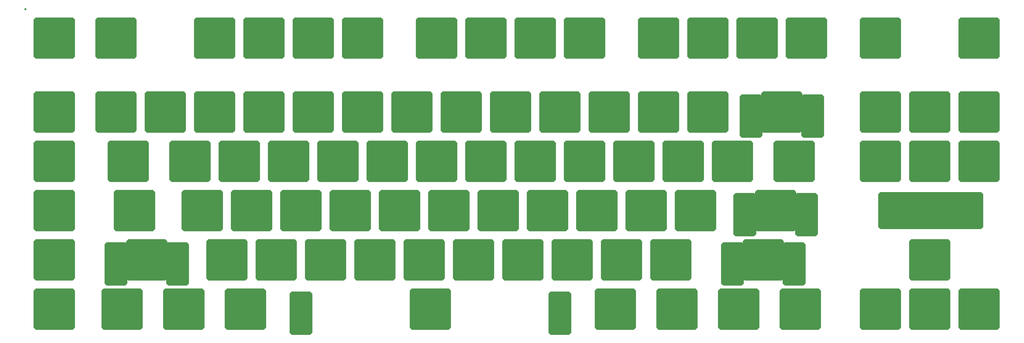
<source format=gts>
%TF.GenerationSoftware,KiCad,Pcbnew,(5.1.10)-1*%
%TF.CreationDate,2021-11-03T19:39:02-04:00*%
%TF.ProjectId,custom_keyboard plate,63757374-6f6d-45f6-9b65-79626f617264,rev?*%
%TF.SameCoordinates,Original*%
%TF.FileFunction,Soldermask,Top*%
%TF.FilePolarity,Negative*%
%FSLAX46Y46*%
G04 Gerber Fmt 4.6, Leading zero omitted, Abs format (unit mm)*
G04 Created by KiCad (PCBNEW (5.1.10)-1) date 2021-11-03 19:39:02*
%MOMM*%
%LPD*%
G01*
G04 APERTURE LIST*
%ADD10C,0.100000*%
%ADD11C,0.800000*%
G04 APERTURE END LIST*
D10*
G36*
X287319400Y-213505300D02*
G01*
X287319400Y-227791900D01*
X286525700Y-228585600D01*
X272239100Y-228585600D01*
X271445400Y-227791900D01*
X271445400Y-213505300D01*
X272239100Y-212711600D01*
X286525700Y-212711600D01*
X287319400Y-213505300D01*
G37*
X287319400Y-213505300D02*
X287319400Y-227791900D01*
X286525700Y-228585600D01*
X272239100Y-228585600D01*
X271445400Y-227791900D01*
X271445400Y-213505300D01*
X272239100Y-212711600D01*
X286525700Y-212711600D01*
X287319400Y-213505300D01*
G36*
X220648600Y-194456500D02*
G01*
X220648600Y-208743100D01*
X219854900Y-209536800D01*
X205568300Y-209536800D01*
X204774600Y-208743100D01*
X204774600Y-194456500D01*
X205568300Y-193662800D01*
X219854900Y-193662800D01*
X220648600Y-194456500D01*
G37*
X220648600Y-194456500D02*
X220648600Y-208743100D01*
X219854900Y-209536800D01*
X205568300Y-209536800D01*
X204774600Y-208743100D01*
X204774600Y-194456500D01*
X205568300Y-193662800D01*
X219854900Y-193662800D01*
X220648600Y-194456500D01*
G36*
X239697400Y-194456500D02*
G01*
X239697400Y-208743100D01*
X238903700Y-209536800D01*
X224617100Y-209536800D01*
X223823400Y-208743100D01*
X223823400Y-194456500D01*
X224617100Y-193662800D01*
X238903700Y-193662800D01*
X239697400Y-194456500D01*
G37*
X239697400Y-194456500D02*
X239697400Y-208743100D01*
X238903700Y-209536800D01*
X224617100Y-209536800D01*
X223823400Y-208743100D01*
X223823400Y-194456500D01*
X224617100Y-193662800D01*
X238903700Y-193662800D01*
X239697400Y-194456500D01*
G36*
X192075400Y-213505300D02*
G01*
X192075400Y-227791900D01*
X191281700Y-228585600D01*
X176995100Y-228585600D01*
X176201400Y-227791900D01*
X176201400Y-213505300D01*
X176995100Y-212711600D01*
X191281700Y-212711600D01*
X192075400Y-213505300D01*
G37*
X192075400Y-213505300D02*
X192075400Y-227791900D01*
X191281700Y-228585600D01*
X176995100Y-228585600D01*
X176201400Y-227791900D01*
X176201400Y-213505300D01*
X176995100Y-212711600D01*
X191281700Y-212711600D01*
X192075400Y-213505300D01*
G36*
X249221800Y-213505300D02*
G01*
X249221800Y-227791900D01*
X248428100Y-228585600D01*
X234141500Y-228585600D01*
X233347800Y-227791900D01*
X233347800Y-213505300D01*
X234141500Y-212711600D01*
X248428100Y-212711600D01*
X249221800Y-213505300D01*
G37*
X249221800Y-213505300D02*
X249221800Y-227791900D01*
X248428100Y-228585600D01*
X234141500Y-228585600D01*
X233347800Y-227791900D01*
X233347800Y-213505300D01*
X234141500Y-212711600D01*
X248428100Y-212711600D01*
X249221800Y-213505300D01*
G36*
X144453400Y-194456500D02*
G01*
X144453400Y-208743100D01*
X143659700Y-209536800D01*
X129373100Y-209536800D01*
X128579400Y-208743100D01*
X128579400Y-194456500D01*
X129373100Y-193662800D01*
X143659700Y-193662800D01*
X144453400Y-194456500D01*
G37*
X144453400Y-194456500D02*
X144453400Y-208743100D01*
X143659700Y-209536800D01*
X129373100Y-209536800D01*
X128579400Y-208743100D01*
X128579400Y-194456500D01*
X129373100Y-193662800D01*
X143659700Y-193662800D01*
X144453400Y-194456500D01*
G36*
X306368200Y-213505300D02*
G01*
X306368200Y-227791900D01*
X305574500Y-228585600D01*
X291287900Y-228585600D01*
X290494200Y-227791900D01*
X290494200Y-213505300D01*
X291287900Y-212711600D01*
X305574500Y-212711600D01*
X306368200Y-213505300D01*
G37*
X306368200Y-213505300D02*
X306368200Y-227791900D01*
X305574500Y-228585600D01*
X291287900Y-228585600D01*
X290494200Y-227791900D01*
X290494200Y-213505300D01*
X291287900Y-212711600D01*
X305574500Y-212711600D01*
X306368200Y-213505300D01*
G36*
X311130400Y-232554100D02*
G01*
X311130400Y-246840700D01*
X310336700Y-247634400D01*
X296050100Y-247634400D01*
X295256400Y-246840700D01*
X295256400Y-232554100D01*
X296050100Y-231760400D01*
X310336700Y-231760400D01*
X311130400Y-232554100D01*
G37*
X311130400Y-232554100D02*
X311130400Y-246840700D01*
X310336700Y-247634400D01*
X296050100Y-247634400D01*
X295256400Y-246840700D01*
X295256400Y-232554100D01*
X296050100Y-231760400D01*
X310336700Y-231760400D01*
X311130400Y-232554100D01*
G36*
X330179200Y-232554100D02*
G01*
X330179200Y-246840700D01*
X329385500Y-247634400D01*
X315098900Y-247634400D01*
X314305200Y-246840700D01*
X314305200Y-232554100D01*
X315098900Y-231760400D01*
X329385500Y-231760400D01*
X330179200Y-232554100D01*
G37*
X330179200Y-232554100D02*
X330179200Y-246840700D01*
X329385500Y-247634400D01*
X315098900Y-247634400D01*
X314305200Y-246840700D01*
X314305200Y-232554100D01*
X315098900Y-231760400D01*
X329385500Y-231760400D01*
X330179200Y-232554100D01*
G36*
X158740000Y-232554100D02*
G01*
X158740000Y-246840700D01*
X157946300Y-247634400D01*
X143659700Y-247634400D01*
X142866000Y-246840700D01*
X142866000Y-232554100D01*
X143659700Y-231760400D01*
X157946300Y-231760400D01*
X158740000Y-232554100D01*
G37*
X158740000Y-232554100D02*
X158740000Y-246840700D01*
X157946300Y-247634400D01*
X143659700Y-247634400D01*
X142866000Y-246840700D01*
X142866000Y-232554100D01*
X143659700Y-231760400D01*
X157946300Y-231760400D01*
X158740000Y-232554100D01*
G36*
X349228000Y-232554100D02*
G01*
X349228000Y-246840700D01*
X348434300Y-247634400D01*
X334147700Y-247634400D01*
X333354000Y-246840700D01*
X333354000Y-232554100D01*
X334147700Y-231760400D01*
X348434300Y-231760400D01*
X349228000Y-232554100D01*
G37*
X349228000Y-232554100D02*
X349228000Y-246840700D01*
X348434300Y-247634400D01*
X334147700Y-247634400D01*
X333354000Y-246840700D01*
X333354000Y-232554100D01*
X334147700Y-231760400D01*
X348434300Y-231760400D01*
X349228000Y-232554100D01*
G36*
X230173000Y-213505300D02*
G01*
X230173000Y-227791900D01*
X229379300Y-228585600D01*
X215092700Y-228585600D01*
X214299000Y-227791900D01*
X214299000Y-213505300D01*
X215092700Y-212711600D01*
X229379300Y-212711600D01*
X230173000Y-213505300D01*
G37*
X230173000Y-213505300D02*
X230173000Y-227791900D01*
X229379300Y-228585600D01*
X215092700Y-228585600D01*
X214299000Y-227791900D01*
X214299000Y-213505300D01*
X215092700Y-212711600D01*
X229379300Y-212711600D01*
X230173000Y-213505300D01*
G36*
X363514600Y-213505300D02*
G01*
X363514600Y-227791900D01*
X362720900Y-228585600D01*
X348434300Y-228585600D01*
X347640600Y-227791900D01*
X347640600Y-213505300D01*
X348434300Y-212711600D01*
X362720900Y-212711600D01*
X363514600Y-213505300D01*
G37*
X363514600Y-213505300D02*
X363514600Y-227791900D01*
X362720900Y-228585600D01*
X348434300Y-228585600D01*
X347640600Y-227791900D01*
X347640600Y-213505300D01*
X348434300Y-212711600D01*
X362720900Y-212711600D01*
X363514600Y-213505300D01*
G36*
X125404600Y-194456500D02*
G01*
X125404600Y-208743100D01*
X124610900Y-209536800D01*
X110324300Y-209536800D01*
X109530600Y-208743100D01*
X109530600Y-194456500D01*
X110324300Y-193662800D01*
X124610900Y-193662800D01*
X125404600Y-194456500D01*
G37*
X125404600Y-194456500D02*
X125404600Y-208743100D01*
X124610900Y-209536800D01*
X110324300Y-209536800D01*
X109530600Y-208743100D01*
X109530600Y-194456500D01*
X110324300Y-193662800D01*
X124610900Y-193662800D01*
X125404600Y-194456500D01*
G36*
X277795000Y-194456500D02*
G01*
X277795000Y-208743100D01*
X277001300Y-209536800D01*
X262714700Y-209536800D01*
X261921000Y-208743100D01*
X261921000Y-194456500D01*
X262714700Y-193662800D01*
X277001300Y-193662800D01*
X277795000Y-194456500D01*
G37*
X277795000Y-194456500D02*
X277795000Y-208743100D01*
X277001300Y-209536800D01*
X262714700Y-209536800D01*
X261921000Y-208743100D01*
X261921000Y-194456500D01*
X262714700Y-193662800D01*
X277001300Y-193662800D01*
X277795000Y-194456500D01*
G36*
X292081600Y-232554100D02*
G01*
X292081600Y-246840700D01*
X291287900Y-247634400D01*
X277001300Y-247634400D01*
X276207600Y-246840700D01*
X276207600Y-232554100D01*
X277001300Y-231760400D01*
X291287900Y-231760400D01*
X292081600Y-232554100D01*
G37*
X292081600Y-232554100D02*
X292081600Y-246840700D01*
X291287900Y-247634400D01*
X277001300Y-247634400D01*
X276207600Y-246840700D01*
X276207600Y-232554100D01*
X277001300Y-231760400D01*
X291287900Y-231760400D01*
X292081600Y-232554100D01*
G36*
X253984000Y-232554100D02*
G01*
X253984000Y-246840700D01*
X253190300Y-247634400D01*
X238903700Y-247634400D01*
X238110000Y-246840700D01*
X238110000Y-232554100D01*
X238903700Y-231760400D01*
X253190300Y-231760400D01*
X253984000Y-232554100D01*
G37*
X253984000Y-232554100D02*
X253984000Y-246840700D01*
X253190300Y-247634400D01*
X238903700Y-247634400D01*
X238110000Y-246840700D01*
X238110000Y-232554100D01*
X238903700Y-231760400D01*
X253190300Y-231760400D01*
X253984000Y-232554100D01*
G36*
X182551000Y-194456500D02*
G01*
X182551000Y-208743100D01*
X181757300Y-209536800D01*
X167470700Y-209536800D01*
X166677000Y-208743100D01*
X166677000Y-194456500D01*
X167470700Y-193662800D01*
X181757300Y-193662800D01*
X182551000Y-194456500D01*
G37*
X182551000Y-194456500D02*
X182551000Y-208743100D01*
X181757300Y-209536800D01*
X167470700Y-209536800D01*
X166677000Y-208743100D01*
X166677000Y-194456500D01*
X167470700Y-193662800D01*
X181757300Y-193662800D01*
X182551000Y-194456500D01*
G36*
X211124200Y-213505300D02*
G01*
X211124200Y-227791900D01*
X210330500Y-228585600D01*
X196043900Y-228585600D01*
X195250200Y-227791900D01*
X195250200Y-213505300D01*
X196043900Y-212711600D01*
X210330500Y-212711600D01*
X211124200Y-213505300D01*
G37*
X211124200Y-213505300D02*
X211124200Y-227791900D01*
X210330500Y-228585600D01*
X196043900Y-228585600D01*
X195250200Y-227791900D01*
X195250200Y-213505300D01*
X196043900Y-212711600D01*
X210330500Y-212711600D01*
X211124200Y-213505300D01*
G36*
X163502200Y-194456500D02*
G01*
X163502200Y-208743100D01*
X162708500Y-209536800D01*
X148421900Y-209536800D01*
X147628200Y-208743100D01*
X147628200Y-194456500D01*
X148421900Y-193662800D01*
X162708500Y-193662800D01*
X163502200Y-194456500D01*
G37*
X163502200Y-194456500D02*
X163502200Y-208743100D01*
X162708500Y-209536800D01*
X148421900Y-209536800D01*
X147628200Y-208743100D01*
X147628200Y-194456500D01*
X148421900Y-193662800D01*
X162708500Y-193662800D01*
X163502200Y-194456500D01*
G36*
X325417000Y-213505300D02*
G01*
X325417000Y-227791900D01*
X324623300Y-228585600D01*
X310336700Y-228585600D01*
X309543000Y-227791900D01*
X309543000Y-213505300D01*
X310336700Y-212711600D01*
X324623300Y-212711600D01*
X325417000Y-213505300D01*
G37*
X325417000Y-213505300D02*
X325417000Y-227791900D01*
X324623300Y-228585600D01*
X310336700Y-228585600D01*
X309543000Y-227791900D01*
X309543000Y-213505300D01*
X310336700Y-212711600D01*
X324623300Y-212711600D01*
X325417000Y-213505300D01*
G36*
X201599800Y-194456500D02*
G01*
X201599800Y-208743100D01*
X200806100Y-209536800D01*
X186519500Y-209536800D01*
X185725800Y-208743100D01*
X185725800Y-194456500D01*
X186519500Y-193662800D01*
X200806100Y-193662800D01*
X201599800Y-194456500D01*
G37*
X201599800Y-194456500D02*
X201599800Y-208743100D01*
X200806100Y-209536800D01*
X186519500Y-209536800D01*
X185725800Y-208743100D01*
X185725800Y-194456500D01*
X186519500Y-193662800D01*
X200806100Y-193662800D01*
X201599800Y-194456500D01*
G36*
X268270600Y-213505300D02*
G01*
X268270600Y-227791900D01*
X267476900Y-228585600D01*
X253190300Y-228585600D01*
X252396600Y-227791900D01*
X252396600Y-213505300D01*
X253190300Y-212711600D01*
X267476900Y-212711600D01*
X268270600Y-213505300D01*
G37*
X268270600Y-213505300D02*
X268270600Y-227791900D01*
X267476900Y-228585600D01*
X253190300Y-228585600D01*
X252396600Y-227791900D01*
X252396600Y-213505300D01*
X253190300Y-212711600D01*
X267476900Y-212711600D01*
X268270600Y-213505300D01*
G36*
X296843800Y-194456500D02*
G01*
X296843800Y-208743100D01*
X296050100Y-209536800D01*
X281763500Y-209536800D01*
X280969800Y-208743100D01*
X280969800Y-194456500D01*
X281763500Y-193662800D01*
X296050100Y-193662800D01*
X296843800Y-194456500D01*
G37*
X296843800Y-194456500D02*
X296843800Y-208743100D01*
X296050100Y-209536800D01*
X281763500Y-209536800D01*
X280969800Y-208743100D01*
X280969800Y-194456500D01*
X281763500Y-193662800D01*
X296050100Y-193662800D01*
X296843800Y-194456500D01*
G36*
X258746200Y-194456500D02*
G01*
X258746200Y-208743100D01*
X257952500Y-209536800D01*
X243665900Y-209536800D01*
X242872200Y-208743100D01*
X242872200Y-194456500D01*
X243665900Y-193662800D01*
X257952500Y-193662800D01*
X258746200Y-194456500D01*
G37*
X258746200Y-194456500D02*
X258746200Y-208743100D01*
X257952500Y-209536800D01*
X243665900Y-209536800D01*
X242872200Y-208743100D01*
X242872200Y-194456500D01*
X243665900Y-193662800D01*
X257952500Y-193662800D01*
X258746200Y-194456500D01*
G36*
X153977800Y-213505300D02*
G01*
X153977800Y-227791900D01*
X153184100Y-228585600D01*
X138897500Y-228585600D01*
X138103800Y-227791900D01*
X138103800Y-213505300D01*
X138897500Y-212711600D01*
X153184100Y-212711600D01*
X153977800Y-213505300D01*
G37*
X153977800Y-213505300D02*
X153977800Y-227791900D01*
X153184100Y-228585600D01*
X138897500Y-228585600D01*
X138103800Y-227791900D01*
X138103800Y-213505300D01*
X138897500Y-212711600D01*
X153184100Y-212711600D01*
X153977800Y-213505300D01*
G36*
X344465800Y-213505300D02*
G01*
X344465800Y-227791900D01*
X343672100Y-228585600D01*
X329385500Y-228585600D01*
X328591800Y-227791900D01*
X328591800Y-213505300D01*
X329385500Y-212711600D01*
X343672100Y-212711600D01*
X344465800Y-213505300D01*
G37*
X344465800Y-213505300D02*
X344465800Y-227791900D01*
X343672100Y-228585600D01*
X329385500Y-228585600D01*
X328591800Y-227791900D01*
X328591800Y-213505300D01*
X329385500Y-212711600D01*
X343672100Y-212711600D01*
X344465800Y-213505300D01*
G36*
X387325600Y-213505300D02*
G01*
X387325600Y-227791900D01*
X386531900Y-228585600D01*
X372245300Y-228585600D01*
X371451600Y-227791900D01*
X371451600Y-213505300D01*
X372245300Y-212711600D01*
X386531900Y-212711600D01*
X387325600Y-213505300D01*
G37*
X387325600Y-213505300D02*
X387325600Y-227791900D01*
X386531900Y-228585600D01*
X372245300Y-228585600D01*
X371451600Y-227791900D01*
X371451600Y-213505300D01*
X372245300Y-212711600D01*
X386531900Y-212711600D01*
X387325600Y-213505300D01*
G36*
X273032800Y-232554100D02*
G01*
X273032800Y-246840700D01*
X272239100Y-247634400D01*
X257952500Y-247634400D01*
X257158800Y-246840700D01*
X257158800Y-232554100D01*
X257952500Y-231760400D01*
X272239100Y-231760400D01*
X273032800Y-232554100D01*
G37*
X273032800Y-232554100D02*
X273032800Y-246840700D01*
X272239100Y-247634400D01*
X257952500Y-247634400D01*
X257158800Y-246840700D01*
X257158800Y-232554100D01*
X257952500Y-231760400D01*
X272239100Y-231760400D01*
X273032800Y-232554100D01*
G36*
X177788800Y-232554100D02*
G01*
X177788800Y-246840700D01*
X176995100Y-247634400D01*
X162708500Y-247634400D01*
X161914800Y-246840700D01*
X161914800Y-232554100D01*
X162708500Y-231760400D01*
X176995100Y-231760400D01*
X177788800Y-232554100D01*
G37*
X177788800Y-232554100D02*
X177788800Y-246840700D01*
X176995100Y-247634400D01*
X162708500Y-247634400D01*
X161914800Y-246840700D01*
X161914800Y-232554100D01*
X162708500Y-231760400D01*
X176995100Y-231760400D01*
X177788800Y-232554100D01*
G36*
X334941400Y-194456500D02*
G01*
X334941400Y-208743100D01*
X334147700Y-209536800D01*
X319861100Y-209536800D01*
X319067400Y-208743100D01*
X319067400Y-194456500D01*
X319861100Y-193662800D01*
X334147700Y-193662800D01*
X334941400Y-194456500D01*
G37*
X334941400Y-194456500D02*
X334941400Y-208743100D01*
X334147700Y-209536800D01*
X319861100Y-209536800D01*
X319067400Y-208743100D01*
X319067400Y-194456500D01*
X319861100Y-193662800D01*
X334147700Y-193662800D01*
X334941400Y-194456500D01*
G36*
X215886400Y-232554100D02*
G01*
X215886400Y-246840700D01*
X215092700Y-247634400D01*
X200806100Y-247634400D01*
X200012400Y-246840700D01*
X200012400Y-232554100D01*
X200806100Y-231760400D01*
X215092700Y-231760400D01*
X215886400Y-232554100D01*
G37*
X215886400Y-232554100D02*
X215886400Y-246840700D01*
X215092700Y-247634400D01*
X200806100Y-247634400D01*
X200012400Y-246840700D01*
X200012400Y-232554100D01*
X200806100Y-231760400D01*
X215092700Y-231760400D01*
X215886400Y-232554100D01*
G36*
X353990200Y-194456500D02*
G01*
X353990200Y-208743100D01*
X353196500Y-209536800D01*
X338909900Y-209536800D01*
X338116200Y-208743100D01*
X338116200Y-194456500D01*
X338909900Y-193662800D01*
X353196500Y-193662800D01*
X353990200Y-194456500D01*
G37*
X353990200Y-194456500D02*
X353990200Y-208743100D01*
X353196500Y-209536800D01*
X338909900Y-209536800D01*
X338116200Y-208743100D01*
X338116200Y-194456500D01*
X338909900Y-193662800D01*
X353196500Y-193662800D01*
X353990200Y-194456500D01*
G36*
X315892600Y-194456500D02*
G01*
X315892600Y-208743100D01*
X315098900Y-209536800D01*
X300812300Y-209536800D01*
X300018600Y-208743100D01*
X300018600Y-194456500D01*
X300812300Y-193662800D01*
X315098900Y-193662800D01*
X315892600Y-194456500D01*
G37*
X315892600Y-194456500D02*
X315892600Y-208743100D01*
X315098900Y-209536800D01*
X300812300Y-209536800D01*
X300018600Y-208743100D01*
X300018600Y-194456500D01*
X300812300Y-193662800D01*
X315098900Y-193662800D01*
X315892600Y-194456500D01*
G36*
X173026600Y-213505300D02*
G01*
X173026600Y-227791900D01*
X172232900Y-228585600D01*
X157946300Y-228585600D01*
X157152600Y-227791900D01*
X157152600Y-213505300D01*
X157946300Y-212711600D01*
X172232900Y-212711600D01*
X173026600Y-213505300D01*
G37*
X173026600Y-213505300D02*
X173026600Y-227791900D01*
X172232900Y-228585600D01*
X157946300Y-228585600D01*
X157152600Y-227791900D01*
X157152600Y-213505300D01*
X157946300Y-212711600D01*
X172232900Y-212711600D01*
X173026600Y-213505300D01*
G36*
X382563400Y-194456500D02*
G01*
X382563400Y-208743100D01*
X381769700Y-209536800D01*
X367483100Y-209536800D01*
X366689400Y-208743100D01*
X366689400Y-194456500D01*
X367483100Y-193662800D01*
X381769700Y-193662800D01*
X382563400Y-194456500D01*
G37*
X382563400Y-194456500D02*
X382563400Y-208743100D01*
X381769700Y-209536800D01*
X367483100Y-209536800D01*
X366689400Y-208743100D01*
X366689400Y-194456500D01*
X367483100Y-193662800D01*
X381769700Y-193662800D01*
X382563400Y-194456500D01*
G36*
X196837600Y-232554100D02*
G01*
X196837600Y-246840700D01*
X196043900Y-247634400D01*
X181757300Y-247634400D01*
X180963600Y-246840700D01*
X180963600Y-232554100D01*
X181757300Y-231760400D01*
X196043900Y-231760400D01*
X196837600Y-232554100D01*
G37*
X196837600Y-232554100D02*
X196837600Y-246840700D01*
X196043900Y-247634400D01*
X181757300Y-247634400D01*
X180963600Y-246840700D01*
X180963600Y-232554100D01*
X181757300Y-231760400D01*
X196043900Y-231760400D01*
X196837600Y-232554100D01*
G36*
X234935200Y-232554100D02*
G01*
X234935200Y-246840700D01*
X234141500Y-247634400D01*
X219854900Y-247634400D01*
X219061200Y-246840700D01*
X219061200Y-232554100D01*
X219854900Y-231760400D01*
X234141500Y-231760400D01*
X234935200Y-232554100D01*
G37*
X234935200Y-232554100D02*
X234935200Y-246840700D01*
X234141500Y-247634400D01*
X219854900Y-247634400D01*
X219061200Y-246840700D01*
X219061200Y-232554100D01*
X219854900Y-231760400D01*
X234141500Y-231760400D01*
X234935200Y-232554100D01*
G36*
X458758600Y-165883300D02*
G01*
X458758600Y-180169900D01*
X457964900Y-180963600D01*
X443678300Y-180963600D01*
X442884600Y-180169900D01*
X442884600Y-165883300D01*
X443678300Y-165089600D01*
X457964900Y-165089600D01*
X458758600Y-165883300D01*
G37*
X458758600Y-165883300D02*
X458758600Y-180169900D01*
X457964900Y-180963600D01*
X443678300Y-180963600D01*
X442884600Y-180169900D01*
X442884600Y-165883300D01*
X443678300Y-165089600D01*
X457964900Y-165089600D01*
X458758600Y-165883300D01*
G36*
X130166800Y-213505300D02*
G01*
X130166800Y-227791900D01*
X129373100Y-228585600D01*
X115086500Y-228585600D01*
X114292800Y-227791900D01*
X114292800Y-213505300D01*
X115086500Y-212711600D01*
X129373100Y-212711600D01*
X130166800Y-213505300D01*
G37*
X130166800Y-213505300D02*
X130166800Y-227791900D01*
X129373100Y-228585600D01*
X115086500Y-228585600D01*
X114292800Y-227791900D01*
X114292800Y-213505300D01*
X115086500Y-212711600D01*
X129373100Y-212711600D01*
X130166800Y-213505300D01*
G36*
X127785700Y-270651700D02*
G01*
X127785700Y-284938300D01*
X126992000Y-285732000D01*
X112705400Y-285732000D01*
X111911700Y-284938300D01*
X111911700Y-270651700D01*
X112705400Y-269858000D01*
X126992000Y-269858000D01*
X127785700Y-270651700D01*
G37*
X127785700Y-270651700D02*
X127785700Y-284938300D01*
X126992000Y-285732000D01*
X112705400Y-285732000D01*
X111911700Y-284938300D01*
X111911700Y-270651700D01*
X112705400Y-269858000D01*
X126992000Y-269858000D01*
X127785700Y-270651700D01*
G36*
X132547900Y-232554100D02*
G01*
X132547900Y-246840700D01*
X131754200Y-247634400D01*
X117467600Y-247634400D01*
X116673900Y-246840700D01*
X116673900Y-232554100D01*
X117467600Y-231760400D01*
X131754200Y-231760400D01*
X132547900Y-232554100D01*
G37*
X132547900Y-232554100D02*
X132547900Y-246840700D01*
X131754200Y-247634400D01*
X117467600Y-247634400D01*
X116673900Y-246840700D01*
X116673900Y-232554100D01*
X117467600Y-231760400D01*
X131754200Y-231760400D01*
X132547900Y-232554100D01*
G36*
X225410800Y-251602900D02*
G01*
X225410800Y-265889500D01*
X224617100Y-266683200D01*
X210330500Y-266683200D01*
X209536800Y-265889500D01*
X209536800Y-251602900D01*
X210330500Y-250809200D01*
X224617100Y-250809200D01*
X225410800Y-251602900D01*
G37*
X225410800Y-251602900D02*
X225410800Y-265889500D01*
X224617100Y-266683200D01*
X210330500Y-266683200D01*
X209536800Y-265889500D01*
X209536800Y-251602900D01*
X210330500Y-250809200D01*
X224617100Y-250809200D01*
X225410800Y-251602900D01*
G36*
X375420100Y-251602900D02*
G01*
X375420100Y-265889500D01*
X374626400Y-266683200D01*
X360339800Y-266683200D01*
X359546100Y-265889500D01*
X359546100Y-251602900D01*
X360339800Y-250809200D01*
X374626400Y-250809200D01*
X375420100Y-251602900D01*
G37*
X375420100Y-251602900D02*
X375420100Y-265889500D01*
X374626400Y-266683200D01*
X360339800Y-266683200D01*
X359546100Y-265889500D01*
X359546100Y-251602900D01*
X360339800Y-250809200D01*
X374626400Y-250809200D01*
X375420100Y-251602900D01*
G36*
X137310100Y-251602900D02*
G01*
X137310100Y-265889500D01*
X136516400Y-266683200D01*
X122229800Y-266683200D01*
X121436100Y-265889500D01*
X121436100Y-251602900D01*
X122229800Y-250809200D01*
X136516400Y-250809200D01*
X137310100Y-251602900D01*
G37*
X137310100Y-251602900D02*
X137310100Y-265889500D01*
X136516400Y-266683200D01*
X122229800Y-266683200D01*
X121436100Y-265889500D01*
X121436100Y-251602900D01*
X122229800Y-250809200D01*
X136516400Y-250809200D01*
X137310100Y-251602900D01*
G36*
X420661000Y-194456500D02*
G01*
X420661000Y-208743100D01*
X419867300Y-209536800D01*
X405580700Y-209536800D01*
X404787000Y-208743100D01*
X404787000Y-194456500D01*
X405580700Y-193662800D01*
X419867300Y-193662800D01*
X420661000Y-194456500D01*
G37*
X420661000Y-194456500D02*
X420661000Y-208743100D01*
X419867300Y-209536800D01*
X405580700Y-209536800D01*
X404787000Y-208743100D01*
X404787000Y-194456500D01*
X405580700Y-193662800D01*
X419867300Y-193662800D01*
X420661000Y-194456500D01*
G36*
X458758600Y-270651700D02*
G01*
X458758600Y-284938300D01*
X457964900Y-285732000D01*
X443678300Y-285732000D01*
X442884600Y-284938300D01*
X442884600Y-270651700D01*
X443678300Y-269858000D01*
X457964900Y-269858000D01*
X458758600Y-270651700D01*
G37*
X458758600Y-270651700D02*
X458758600Y-284938300D01*
X457964900Y-285732000D01*
X443678300Y-285732000D01*
X442884600Y-284938300D01*
X442884600Y-270651700D01*
X443678300Y-269858000D01*
X457964900Y-269858000D01*
X458758600Y-270651700D01*
G36*
X334941400Y-165883300D02*
G01*
X334941400Y-180169900D01*
X334147700Y-180963600D01*
X319861100Y-180963600D01*
X319067400Y-180169900D01*
X319067400Y-165883300D01*
X319861100Y-165089600D01*
X334147700Y-165089600D01*
X334941400Y-165883300D01*
G37*
X334941400Y-165883300D02*
X334941400Y-180169900D01*
X334147700Y-180963600D01*
X319861100Y-180963600D01*
X319067400Y-180169900D01*
X319067400Y-165883300D01*
X319861100Y-165089600D01*
X334147700Y-165089600D01*
X334941400Y-165883300D01*
G36*
X168264400Y-251602900D02*
G01*
X168264400Y-265889500D01*
X167470700Y-266683200D01*
X153184100Y-266683200D01*
X152390400Y-265889500D01*
X152390400Y-251602900D01*
X153184100Y-250809200D01*
X167470700Y-250809200D01*
X168264400Y-251602900D01*
G37*
X168264400Y-251602900D02*
X168264400Y-265889500D01*
X167470700Y-266683200D01*
X153184100Y-266683200D01*
X152390400Y-265889500D01*
X152390400Y-251602900D01*
X153184100Y-250809200D01*
X167470700Y-250809200D01*
X168264400Y-251602900D01*
G36*
X439709800Y-251602900D02*
G01*
X439709800Y-265889500D01*
X438916100Y-266683200D01*
X424629500Y-266683200D01*
X423835800Y-265889500D01*
X423835800Y-251602900D01*
X424629500Y-250809200D01*
X438916100Y-250809200D01*
X439709800Y-251602900D01*
G37*
X439709800Y-251602900D02*
X439709800Y-265889500D01*
X438916100Y-266683200D01*
X424629500Y-266683200D01*
X423835800Y-265889500D01*
X423835800Y-251602900D01*
X424629500Y-250809200D01*
X438916100Y-250809200D01*
X439709800Y-251602900D01*
G36*
X125404600Y-165883300D02*
G01*
X125404600Y-180169900D01*
X124610900Y-180963600D01*
X110324300Y-180963600D01*
X109530600Y-180169900D01*
X109530600Y-165883300D01*
X110324300Y-165089600D01*
X124610900Y-165089600D01*
X125404600Y-165883300D01*
G37*
X125404600Y-165883300D02*
X125404600Y-180169900D01*
X124610900Y-180963600D01*
X110324300Y-180963600D01*
X109530600Y-180169900D01*
X109530600Y-165883300D01*
X110324300Y-165089600D01*
X124610900Y-165089600D01*
X125404600Y-165883300D01*
G36*
X101593600Y-165883300D02*
G01*
X101593600Y-180169900D01*
X100799900Y-180963600D01*
X86513300Y-180963600D01*
X85719600Y-180169900D01*
X85719600Y-165883300D01*
X86513300Y-165089600D01*
X100799900Y-165089600D01*
X101593600Y-165883300D01*
G37*
X101593600Y-165883300D02*
X101593600Y-180169900D01*
X100799900Y-180963600D01*
X86513300Y-180963600D01*
X85719600Y-180169900D01*
X85719600Y-165883300D01*
X86513300Y-165089600D01*
X100799900Y-165089600D01*
X101593600Y-165883300D01*
G36*
X268270600Y-165883300D02*
G01*
X268270600Y-180169900D01*
X267476900Y-180963600D01*
X253190300Y-180963600D01*
X252396600Y-180169900D01*
X252396600Y-165883300D01*
X253190300Y-165089600D01*
X267476900Y-165089600D01*
X268270600Y-165883300D01*
G37*
X268270600Y-165883300D02*
X268270600Y-180169900D01*
X267476900Y-180963600D01*
X253190300Y-180963600D01*
X252396600Y-180169900D01*
X252396600Y-165883300D01*
X253190300Y-165089600D01*
X267476900Y-165089600D01*
X268270600Y-165883300D01*
G36*
X182551000Y-165883300D02*
G01*
X182551000Y-180169900D01*
X181757300Y-180963600D01*
X167470700Y-180963600D01*
X166677000Y-180169900D01*
X166677000Y-165883300D01*
X167470700Y-165089600D01*
X181757300Y-165089600D01*
X182551000Y-165883300D01*
G37*
X182551000Y-165883300D02*
X182551000Y-180169900D01*
X181757300Y-180963600D01*
X167470700Y-180963600D01*
X166677000Y-180169900D01*
X166677000Y-165883300D01*
X167470700Y-165089600D01*
X181757300Y-165089600D01*
X182551000Y-165883300D01*
G36*
X287319400Y-165883300D02*
G01*
X287319400Y-180169900D01*
X286525700Y-180963600D01*
X272239100Y-180963600D01*
X271445400Y-180169900D01*
X271445400Y-165883300D01*
X272239100Y-165089600D01*
X286525700Y-165089600D01*
X287319400Y-165883300D01*
G37*
X287319400Y-165883300D02*
X287319400Y-180169900D01*
X286525700Y-180963600D01*
X272239100Y-180963600D01*
X271445400Y-180169900D01*
X271445400Y-165883300D01*
X272239100Y-165089600D01*
X286525700Y-165089600D01*
X287319400Y-165883300D01*
G36*
X439709800Y-213505300D02*
G01*
X439709800Y-227791900D01*
X438916100Y-228585600D01*
X424629500Y-228585600D01*
X423835800Y-227791900D01*
X423835800Y-213505300D01*
X424629500Y-212711600D01*
X438916100Y-212711600D01*
X439709800Y-213505300D01*
G37*
X439709800Y-213505300D02*
X439709800Y-227791900D01*
X438916100Y-228585600D01*
X424629500Y-228585600D01*
X423835800Y-227791900D01*
X423835800Y-213505300D01*
X424629500Y-212711600D01*
X438916100Y-212711600D01*
X439709800Y-213505300D01*
G36*
X339703600Y-251602900D02*
G01*
X339703600Y-265889500D01*
X338909900Y-266683200D01*
X324623300Y-266683200D01*
X323829600Y-265889500D01*
X323829600Y-251602900D01*
X324623300Y-250809200D01*
X338909900Y-250809200D01*
X339703600Y-251602900D01*
G37*
X339703600Y-251602900D02*
X339703600Y-265889500D01*
X338909900Y-266683200D01*
X324623300Y-266683200D01*
X323829600Y-265889500D01*
X323829600Y-251602900D01*
X324623300Y-250809200D01*
X338909900Y-250809200D01*
X339703600Y-251602900D01*
G36*
X201599800Y-165883300D02*
G01*
X201599800Y-180169900D01*
X200806100Y-180963600D01*
X186519500Y-180963600D01*
X185725800Y-180169900D01*
X185725800Y-165883300D01*
X186519500Y-165089600D01*
X200806100Y-165089600D01*
X201599800Y-165883300D01*
G37*
X201599800Y-165883300D02*
X201599800Y-180169900D01*
X200806100Y-180963600D01*
X186519500Y-180963600D01*
X185725800Y-180169900D01*
X185725800Y-165883300D01*
X186519500Y-165089600D01*
X200806100Y-165089600D01*
X201599800Y-165883300D01*
G36*
X458758600Y-213505300D02*
G01*
X458758600Y-227791900D01*
X457964900Y-228585600D01*
X443678300Y-228585600D01*
X442884600Y-227791900D01*
X442884600Y-213505300D01*
X443678300Y-212711600D01*
X457964900Y-212711600D01*
X458758600Y-213505300D01*
G37*
X458758600Y-213505300D02*
X458758600Y-227791900D01*
X457964900Y-228585600D01*
X443678300Y-228585600D01*
X442884600Y-227791900D01*
X442884600Y-213505300D01*
X443678300Y-212711600D01*
X457964900Y-212711600D01*
X458758600Y-213505300D01*
G36*
X163502200Y-165883300D02*
G01*
X163502200Y-180169900D01*
X162708500Y-180963600D01*
X148421900Y-180963600D01*
X147628200Y-180169900D01*
X147628200Y-165883300D01*
X148421900Y-165089600D01*
X162708500Y-165089600D01*
X163502200Y-165883300D01*
G37*
X163502200Y-165883300D02*
X163502200Y-180169900D01*
X162708500Y-180963600D01*
X148421900Y-180963600D01*
X147628200Y-180169900D01*
X147628200Y-165883300D01*
X148421900Y-165089600D01*
X162708500Y-165089600D01*
X163502200Y-165883300D01*
G36*
X263508400Y-251602900D02*
G01*
X263508400Y-265889500D01*
X262714700Y-266683200D01*
X248428100Y-266683200D01*
X247634400Y-265889500D01*
X247634400Y-251602900D01*
X248428100Y-250809200D01*
X262714700Y-250809200D01*
X263508400Y-251602900D01*
G37*
X263508400Y-251602900D02*
X263508400Y-265889500D01*
X262714700Y-266683200D01*
X248428100Y-266683200D01*
X247634400Y-265889500D01*
X247634400Y-251602900D01*
X248428100Y-250809200D01*
X262714700Y-250809200D01*
X263508400Y-251602900D01*
G36*
X420661000Y-270651700D02*
G01*
X420661000Y-284938300D01*
X419867300Y-285732000D01*
X405580700Y-285732000D01*
X404787000Y-284938300D01*
X404787000Y-270651700D01*
X405580700Y-269858000D01*
X419867300Y-269858000D01*
X420661000Y-270651700D01*
G37*
X420661000Y-270651700D02*
X420661000Y-284938300D01*
X419867300Y-285732000D01*
X405580700Y-285732000D01*
X404787000Y-284938300D01*
X404787000Y-270651700D01*
X405580700Y-269858000D01*
X419867300Y-269858000D01*
X420661000Y-270651700D01*
G36*
X101593600Y-194456500D02*
G01*
X101593600Y-208743100D01*
X100799900Y-209536800D01*
X86513300Y-209536800D01*
X85719600Y-208743100D01*
X85719600Y-194456500D01*
X86513300Y-193662800D01*
X100799900Y-193662800D01*
X101593600Y-194456500D01*
G37*
X101593600Y-194456500D02*
X101593600Y-208743100D01*
X100799900Y-209536800D01*
X86513300Y-209536800D01*
X85719600Y-208743100D01*
X85719600Y-194456500D01*
X86513300Y-193662800D01*
X100799900Y-193662800D01*
X101593600Y-194456500D01*
G36*
X101593600Y-213505300D02*
G01*
X101593600Y-227791900D01*
X100799900Y-228585600D01*
X86513300Y-228585600D01*
X85719600Y-227791900D01*
X85719600Y-213505300D01*
X86513300Y-212711600D01*
X100799900Y-212711600D01*
X101593600Y-213505300D01*
G37*
X101593600Y-213505300D02*
X101593600Y-227791900D01*
X100799900Y-228585600D01*
X86513300Y-228585600D01*
X85719600Y-227791900D01*
X85719600Y-213505300D01*
X86513300Y-212711600D01*
X100799900Y-212711600D01*
X101593600Y-213505300D01*
G36*
X306368200Y-165883300D02*
G01*
X306368200Y-180169900D01*
X305574500Y-180963600D01*
X291287900Y-180963600D01*
X290494200Y-180169900D01*
X290494200Y-165883300D01*
X291287900Y-165089600D01*
X305574500Y-165089600D01*
X306368200Y-165883300D01*
G37*
X306368200Y-165883300D02*
X306368200Y-180169900D01*
X305574500Y-180963600D01*
X291287900Y-180963600D01*
X290494200Y-180169900D01*
X290494200Y-165883300D01*
X291287900Y-165089600D01*
X305574500Y-165089600D01*
X306368200Y-165883300D01*
G36*
X101593600Y-251602900D02*
G01*
X101593600Y-265889500D01*
X100799900Y-266683200D01*
X86513300Y-266683200D01*
X85719600Y-265889500D01*
X85719600Y-251602900D01*
X86513300Y-250809200D01*
X100799900Y-250809200D01*
X101593600Y-251602900D01*
G37*
X101593600Y-251602900D02*
X101593600Y-265889500D01*
X100799900Y-266683200D01*
X86513300Y-266683200D01*
X85719600Y-265889500D01*
X85719600Y-251602900D01*
X86513300Y-250809200D01*
X100799900Y-250809200D01*
X101593600Y-251602900D01*
G36*
X342084700Y-270651700D02*
G01*
X342084700Y-284938300D01*
X341291000Y-285732000D01*
X327004400Y-285732000D01*
X326210700Y-284938300D01*
X326210700Y-270651700D01*
X327004400Y-269858000D01*
X341291000Y-269858000D01*
X342084700Y-270651700D01*
G37*
X342084700Y-270651700D02*
X342084700Y-284938300D01*
X341291000Y-285732000D01*
X327004400Y-285732000D01*
X326210700Y-284938300D01*
X326210700Y-270651700D01*
X327004400Y-269858000D01*
X341291000Y-269858000D01*
X342084700Y-270651700D01*
G36*
X244459600Y-251602900D02*
G01*
X244459600Y-265889500D01*
X243665900Y-266683200D01*
X229379300Y-266683200D01*
X228585600Y-265889500D01*
X228585600Y-251602900D01*
X229379300Y-250809200D01*
X243665900Y-250809200D01*
X244459600Y-251602900D01*
G37*
X244459600Y-251602900D02*
X244459600Y-265889500D01*
X243665900Y-266683200D01*
X229379300Y-266683200D01*
X228585600Y-265889500D01*
X228585600Y-251602900D01*
X229379300Y-250809200D01*
X243665900Y-250809200D01*
X244459600Y-251602900D01*
G36*
X439709800Y-270651700D02*
G01*
X439709800Y-284938300D01*
X438916100Y-285732000D01*
X424629500Y-285732000D01*
X423835800Y-284938300D01*
X423835800Y-270651700D01*
X424629500Y-269858000D01*
X438916100Y-269858000D01*
X439709800Y-270651700D01*
G37*
X439709800Y-270651700D02*
X439709800Y-284938300D01*
X438916100Y-285732000D01*
X424629500Y-285732000D01*
X423835800Y-284938300D01*
X423835800Y-270651700D01*
X424629500Y-269858000D01*
X438916100Y-269858000D01*
X439709800Y-270651700D01*
G36*
X365895700Y-270651700D02*
G01*
X365895700Y-284938300D01*
X365102000Y-285732000D01*
X350815400Y-285732000D01*
X350021700Y-284938300D01*
X350021700Y-270651700D01*
X350815400Y-269858000D01*
X365102000Y-269858000D01*
X365895700Y-270651700D01*
G37*
X365895700Y-270651700D02*
X365895700Y-284938300D01*
X365102000Y-285732000D01*
X350815400Y-285732000D01*
X350021700Y-284938300D01*
X350021700Y-270651700D01*
X350815400Y-269858000D01*
X365102000Y-269858000D01*
X365895700Y-270651700D01*
G36*
X187313200Y-251602900D02*
G01*
X187313200Y-265889500D01*
X186519500Y-266683200D01*
X172232900Y-266683200D01*
X171439200Y-265889500D01*
X171439200Y-251602900D01*
X172232900Y-250809200D01*
X186519500Y-250809200D01*
X187313200Y-251602900D01*
G37*
X187313200Y-251602900D02*
X187313200Y-265889500D01*
X186519500Y-266683200D01*
X172232900Y-266683200D01*
X171439200Y-265889500D01*
X171439200Y-251602900D01*
X172232900Y-250809200D01*
X186519500Y-250809200D01*
X187313200Y-251602900D01*
G36*
X301606000Y-251602900D02*
G01*
X301606000Y-265889500D01*
X300812300Y-266683200D01*
X286525700Y-266683200D01*
X285732000Y-265889500D01*
X285732000Y-251602900D01*
X286525700Y-250809200D01*
X300812300Y-250809200D01*
X301606000Y-251602900D01*
G37*
X301606000Y-251602900D02*
X301606000Y-265889500D01*
X300812300Y-266683200D01*
X286525700Y-266683200D01*
X285732000Y-265889500D01*
X285732000Y-251602900D01*
X286525700Y-250809200D01*
X300812300Y-250809200D01*
X301606000Y-251602900D01*
G36*
X320654800Y-251602900D02*
G01*
X320654800Y-265889500D01*
X319861100Y-266683200D01*
X305574500Y-266683200D01*
X304780800Y-265889500D01*
X304780800Y-251602900D01*
X305574500Y-250809200D01*
X319861100Y-250809200D01*
X320654800Y-251602900D01*
G37*
X320654800Y-251602900D02*
X320654800Y-265889500D01*
X319861100Y-266683200D01*
X305574500Y-266683200D01*
X304780800Y-265889500D01*
X304780800Y-251602900D01*
X305574500Y-250809200D01*
X319861100Y-250809200D01*
X320654800Y-251602900D01*
G36*
X220648600Y-165883300D02*
G01*
X220648600Y-180169900D01*
X219854900Y-180963600D01*
X205568300Y-180963600D01*
X204774600Y-180169900D01*
X204774600Y-165883300D01*
X205568300Y-165089600D01*
X219854900Y-165089600D01*
X220648600Y-165883300D01*
G37*
X220648600Y-165883300D02*
X220648600Y-180169900D01*
X219854900Y-180963600D01*
X205568300Y-180963600D01*
X204774600Y-180169900D01*
X204774600Y-165883300D01*
X205568300Y-165089600D01*
X219854900Y-165089600D01*
X220648600Y-165883300D01*
G36*
X439709800Y-194456500D02*
G01*
X439709800Y-208743100D01*
X438916100Y-209536800D01*
X424629500Y-209536800D01*
X423835800Y-208743100D01*
X423835800Y-194456500D01*
X424629500Y-193662800D01*
X438916100Y-193662800D01*
X439709800Y-194456500D01*
G37*
X439709800Y-194456500D02*
X439709800Y-208743100D01*
X438916100Y-209536800D01*
X424629500Y-209536800D01*
X423835800Y-208743100D01*
X423835800Y-194456500D01*
X424629500Y-193662800D01*
X438916100Y-193662800D01*
X439709800Y-194456500D01*
G36*
X206362000Y-251602900D02*
G01*
X206362000Y-265889500D01*
X205568300Y-266683200D01*
X191281700Y-266683200D01*
X190488000Y-265889500D01*
X190488000Y-251602900D01*
X191281700Y-250809200D01*
X205568300Y-250809200D01*
X206362000Y-251602900D01*
G37*
X206362000Y-251602900D02*
X206362000Y-265889500D01*
X205568300Y-266683200D01*
X191281700Y-266683200D01*
X190488000Y-265889500D01*
X190488000Y-251602900D01*
X191281700Y-250809200D01*
X205568300Y-250809200D01*
X206362000Y-251602900D01*
G36*
X249221800Y-165883300D02*
G01*
X249221800Y-180169900D01*
X248428100Y-180963600D01*
X234141500Y-180963600D01*
X233347800Y-180169900D01*
X233347800Y-165883300D01*
X234141500Y-165089600D01*
X248428100Y-165089600D01*
X249221800Y-165883300D01*
G37*
X249221800Y-165883300D02*
X249221800Y-180169900D01*
X248428100Y-180963600D01*
X234141500Y-180963600D01*
X233347800Y-180169900D01*
X233347800Y-165883300D01*
X234141500Y-165089600D01*
X248428100Y-165089600D01*
X249221800Y-165883300D01*
G36*
X151596700Y-270651700D02*
G01*
X151596700Y-284938300D01*
X150803000Y-285732000D01*
X136516400Y-285732000D01*
X135722700Y-284938300D01*
X135722700Y-270651700D01*
X136516400Y-269858000D01*
X150803000Y-269858000D01*
X151596700Y-270651700D01*
G37*
X151596700Y-270651700D02*
X151596700Y-284938300D01*
X150803000Y-285732000D01*
X136516400Y-285732000D01*
X135722700Y-284938300D01*
X135722700Y-270651700D01*
X136516400Y-269858000D01*
X150803000Y-269858000D01*
X151596700Y-270651700D01*
G36*
X318273700Y-270651700D02*
G01*
X318273700Y-284938300D01*
X317480000Y-285732000D01*
X303193400Y-285732000D01*
X302399700Y-284938300D01*
X302399700Y-270651700D01*
X303193400Y-269858000D01*
X317480000Y-269858000D01*
X318273700Y-270651700D01*
G37*
X318273700Y-270651700D02*
X318273700Y-284938300D01*
X317480000Y-285732000D01*
X303193400Y-285732000D01*
X302399700Y-284938300D01*
X302399700Y-270651700D01*
X303193400Y-269858000D01*
X317480000Y-269858000D01*
X318273700Y-270651700D01*
G36*
X392087800Y-165883300D02*
G01*
X392087800Y-180169900D01*
X391294100Y-180963600D01*
X377007500Y-180963600D01*
X376213800Y-180169900D01*
X376213800Y-165883300D01*
X377007500Y-165089600D01*
X391294100Y-165089600D01*
X392087800Y-165883300D01*
G37*
X392087800Y-165883300D02*
X392087800Y-180169900D01*
X391294100Y-180963600D01*
X377007500Y-180963600D01*
X376213800Y-180169900D01*
X376213800Y-165883300D01*
X377007500Y-165089600D01*
X391294100Y-165089600D01*
X392087800Y-165883300D01*
G36*
X389706700Y-270651700D02*
G01*
X389706700Y-284938300D01*
X388913000Y-285732000D01*
X374626400Y-285732000D01*
X373832700Y-284938300D01*
X373832700Y-270651700D01*
X374626400Y-269858000D01*
X388913000Y-269858000D01*
X389706700Y-270651700D01*
G37*
X389706700Y-270651700D02*
X389706700Y-284938300D01*
X388913000Y-285732000D01*
X374626400Y-285732000D01*
X373832700Y-284938300D01*
X373832700Y-270651700D01*
X374626400Y-269858000D01*
X388913000Y-269858000D01*
X389706700Y-270651700D01*
G36*
X458758600Y-194456500D02*
G01*
X458758600Y-208743100D01*
X457964900Y-209536800D01*
X443678300Y-209536800D01*
X442884600Y-208743100D01*
X442884600Y-194456500D01*
X443678300Y-193662800D01*
X457964900Y-193662800D01*
X458758600Y-194456500D01*
G37*
X458758600Y-194456500D02*
X458758600Y-208743100D01*
X457964900Y-209536800D01*
X443678300Y-209536800D01*
X442884600Y-208743100D01*
X442884600Y-194456500D01*
X443678300Y-193662800D01*
X457964900Y-193662800D01*
X458758600Y-194456500D01*
G36*
X353990200Y-165883300D02*
G01*
X353990200Y-180169900D01*
X353196500Y-180963600D01*
X338909900Y-180963600D01*
X338116200Y-180169900D01*
X338116200Y-165883300D01*
X338909900Y-165089600D01*
X353196500Y-165089600D01*
X353990200Y-165883300D01*
G37*
X353990200Y-165883300D02*
X353990200Y-180169900D01*
X353196500Y-180963600D01*
X338909900Y-180963600D01*
X338116200Y-180169900D01*
X338116200Y-165883300D01*
X338909900Y-165089600D01*
X353196500Y-165089600D01*
X353990200Y-165883300D01*
G36*
X420661000Y-213505300D02*
G01*
X420661000Y-227791900D01*
X419867300Y-228585600D01*
X405580700Y-228585600D01*
X404787000Y-227791900D01*
X404787000Y-213505300D01*
X405580700Y-212711600D01*
X419867300Y-212711600D01*
X420661000Y-213505300D01*
G37*
X420661000Y-213505300D02*
X420661000Y-227791900D01*
X419867300Y-228585600D01*
X405580700Y-228585600D01*
X404787000Y-227791900D01*
X404787000Y-213505300D01*
X405580700Y-212711600D01*
X419867300Y-212711600D01*
X420661000Y-213505300D01*
G36*
X282557200Y-251602900D02*
G01*
X282557200Y-265889500D01*
X281763500Y-266683200D01*
X267476900Y-266683200D01*
X266683200Y-265889500D01*
X266683200Y-251602900D01*
X267476900Y-250809200D01*
X281763500Y-250809200D01*
X282557200Y-251602900D01*
G37*
X282557200Y-251602900D02*
X282557200Y-265889500D01*
X281763500Y-266683200D01*
X267476900Y-266683200D01*
X266683200Y-265889500D01*
X266683200Y-251602900D01*
X267476900Y-250809200D01*
X281763500Y-250809200D01*
X282557200Y-251602900D01*
G36*
X101593600Y-232554100D02*
G01*
X101593600Y-246840700D01*
X100799900Y-247634400D01*
X86513300Y-247634400D01*
X85719600Y-246840700D01*
X85719600Y-232554100D01*
X86513300Y-231760400D01*
X100799900Y-231760400D01*
X101593600Y-232554100D01*
G37*
X101593600Y-232554100D02*
X101593600Y-246840700D01*
X100799900Y-247634400D01*
X86513300Y-247634400D01*
X85719600Y-246840700D01*
X85719600Y-232554100D01*
X86513300Y-231760400D01*
X100799900Y-231760400D01*
X101593600Y-232554100D01*
G36*
X101593600Y-270651700D02*
G01*
X101593600Y-284938300D01*
X100799900Y-285732000D01*
X86513300Y-285732000D01*
X85719600Y-284938300D01*
X85719600Y-270651700D01*
X86513300Y-269858000D01*
X100799900Y-269858000D01*
X101593600Y-270651700D01*
G37*
X101593600Y-270651700D02*
X101593600Y-284938300D01*
X100799900Y-285732000D01*
X86513300Y-285732000D01*
X85719600Y-284938300D01*
X85719600Y-270651700D01*
X86513300Y-269858000D01*
X100799900Y-269858000D01*
X101593600Y-270651700D01*
G36*
X373039000Y-165883300D02*
G01*
X373039000Y-180169900D01*
X372245300Y-180963600D01*
X357958700Y-180963600D01*
X357165000Y-180169900D01*
X357165000Y-165883300D01*
X357958700Y-165089600D01*
X372245300Y-165089600D01*
X373039000Y-165883300D01*
G37*
X373039000Y-165883300D02*
X373039000Y-180169900D01*
X372245300Y-180963600D01*
X357958700Y-180963600D01*
X357165000Y-180169900D01*
X357165000Y-165883300D01*
X357958700Y-165089600D01*
X372245300Y-165089600D01*
X373039000Y-165883300D01*
G36*
X175407700Y-270651700D02*
G01*
X175407700Y-284938300D01*
X174614000Y-285732000D01*
X160327400Y-285732000D01*
X159533700Y-284938300D01*
X159533700Y-270651700D01*
X160327400Y-269858000D01*
X174614000Y-269858000D01*
X175407700Y-270651700D01*
G37*
X175407700Y-270651700D02*
X175407700Y-284938300D01*
X174614000Y-285732000D01*
X160327400Y-285732000D01*
X159533700Y-284938300D01*
X159533700Y-270651700D01*
X160327400Y-269858000D01*
X174614000Y-269858000D01*
X175407700Y-270651700D01*
G36*
X380182300Y-232554100D02*
G01*
X380182300Y-246840700D01*
X379388600Y-247634400D01*
X365102000Y-247634400D01*
X364308300Y-246840700D01*
X364308300Y-232554100D01*
X365102000Y-231760400D01*
X379388600Y-231760400D01*
X380182300Y-232554100D01*
G37*
X380182300Y-232554100D02*
X380182300Y-246840700D01*
X379388600Y-247634400D01*
X365102000Y-247634400D01*
X364308300Y-246840700D01*
X364308300Y-232554100D01*
X365102000Y-231760400D01*
X379388600Y-231760400D01*
X380182300Y-232554100D01*
G36*
X420661000Y-165883300D02*
G01*
X420661000Y-180169900D01*
X419867300Y-180963600D01*
X405580700Y-180963600D01*
X404787000Y-180169900D01*
X404787000Y-165883300D01*
X405580700Y-165089600D01*
X419867300Y-165089600D01*
X420661000Y-165883300D01*
G37*
X420661000Y-165883300D02*
X420661000Y-180169900D01*
X419867300Y-180963600D01*
X405580700Y-180963600D01*
X404787000Y-180169900D01*
X404787000Y-165883300D01*
X405580700Y-165089600D01*
X419867300Y-165089600D01*
X420661000Y-165883300D01*
G36*
X293272150Y-271842250D02*
G01*
X293272150Y-286922550D01*
X292478450Y-287716250D01*
X285335150Y-287716250D01*
X284541450Y-286922550D01*
X284541450Y-271842250D01*
X285335150Y-271048550D01*
X292478450Y-271048550D01*
X293272150Y-271842250D01*
G37*
X293272150Y-271842250D02*
X293272150Y-286922550D01*
X292478450Y-287716250D01*
X285335150Y-287716250D01*
X284541450Y-286922550D01*
X284541450Y-271842250D01*
X285335150Y-271048550D01*
X292478450Y-271048550D01*
X293272150Y-271842250D01*
G36*
X390897250Y-195647050D02*
G01*
X390897250Y-210727350D01*
X390103550Y-211521050D01*
X382960250Y-211521050D01*
X382166550Y-210727350D01*
X382166550Y-195647050D01*
X382960250Y-194853350D01*
X390103550Y-194853350D01*
X390897250Y-195647050D01*
G37*
X390897250Y-195647050D02*
X390897250Y-210727350D01*
X390103550Y-211521050D01*
X382960250Y-211521050D01*
X382166550Y-210727350D01*
X382166550Y-195647050D01*
X382960250Y-194853350D01*
X390103550Y-194853350D01*
X390897250Y-195647050D01*
G36*
X364705150Y-233744650D02*
G01*
X364705150Y-248824950D01*
X363911450Y-249618650D01*
X356768150Y-249618650D01*
X355974450Y-248824950D01*
X355974450Y-233744650D01*
X356768150Y-232950950D01*
X363911450Y-232950950D01*
X364705150Y-233744650D01*
G37*
X364705150Y-233744650D02*
X364705150Y-248824950D01*
X363911450Y-249618650D01*
X356768150Y-249618650D01*
X355974450Y-248824950D01*
X355974450Y-233744650D01*
X356768150Y-232950950D01*
X363911450Y-232950950D01*
X364705150Y-233744650D01*
G36*
X383753950Y-252793450D02*
G01*
X383753950Y-267873750D01*
X382960250Y-268667450D01*
X375816950Y-268667450D01*
X375023250Y-267873750D01*
X375023250Y-252793450D01*
X375816950Y-251999750D01*
X382960250Y-251999750D01*
X383753950Y-252793450D01*
G37*
X383753950Y-252793450D02*
X383753950Y-267873750D01*
X382960250Y-268667450D01*
X375816950Y-268667450D01*
X375023250Y-267873750D01*
X375023250Y-252793450D01*
X375816950Y-251999750D01*
X382960250Y-251999750D01*
X383753950Y-252793450D01*
G36*
X193265950Y-271842250D02*
G01*
X193265950Y-286922550D01*
X192472250Y-287716250D01*
X185328950Y-287716250D01*
X184535250Y-286922550D01*
X184535250Y-271842250D01*
X185328950Y-271048550D01*
X192472250Y-271048550D01*
X193265950Y-271842250D01*
G37*
X193265950Y-271842250D02*
X193265950Y-286922550D01*
X192472250Y-287716250D01*
X185328950Y-287716250D01*
X184535250Y-286922550D01*
X184535250Y-271842250D01*
X185328950Y-271048550D01*
X192472250Y-271048550D01*
X193265950Y-271842250D01*
G36*
X121832950Y-252793450D02*
G01*
X121832950Y-267873750D01*
X121039250Y-268667450D01*
X113895950Y-268667450D01*
X113102250Y-267873750D01*
X113102250Y-252793450D01*
X113895950Y-251999750D01*
X121039250Y-251999750D01*
X121832950Y-252793450D01*
G37*
X121832950Y-252793450D02*
X121832950Y-267873750D01*
X121039250Y-268667450D01*
X113895950Y-268667450D01*
X113102250Y-267873750D01*
X113102250Y-252793450D01*
X113895950Y-251999750D01*
X121039250Y-251999750D01*
X121832950Y-252793450D01*
G36*
X388516150Y-233744650D02*
G01*
X388516150Y-248824950D01*
X387722450Y-249618650D01*
X380579150Y-249618650D01*
X379785450Y-248824950D01*
X379785450Y-233744650D01*
X380579150Y-232950950D01*
X387722450Y-232950950D01*
X388516150Y-233744650D01*
G37*
X388516150Y-233744650D02*
X388516150Y-248824950D01*
X387722450Y-249618650D01*
X380579150Y-249618650D01*
X379785450Y-248824950D01*
X379785450Y-233744650D01*
X380579150Y-232950950D01*
X387722450Y-232950950D01*
X388516150Y-233744650D01*
G36*
X367086250Y-195647050D02*
G01*
X367086250Y-210727350D01*
X366292550Y-211521050D01*
X359149250Y-211521050D01*
X358355550Y-210727350D01*
X358355550Y-195647050D01*
X359149250Y-194853350D01*
X366292550Y-194853350D01*
X367086250Y-195647050D01*
G37*
X367086250Y-195647050D02*
X367086250Y-210727350D01*
X366292550Y-211521050D01*
X359149250Y-211521050D01*
X358355550Y-210727350D01*
X358355550Y-195647050D01*
X359149250Y-194853350D01*
X366292550Y-194853350D01*
X367086250Y-195647050D01*
G36*
X246840700Y-270651700D02*
G01*
X246840700Y-284938300D01*
X246047000Y-285732000D01*
X231760400Y-285732000D01*
X230966700Y-284938300D01*
X230966700Y-270651700D01*
X231760400Y-269858000D01*
X246047000Y-269858000D01*
X246840700Y-270651700D01*
G37*
X246840700Y-270651700D02*
X246840700Y-284938300D01*
X246047000Y-285732000D01*
X231760400Y-285732000D01*
X230966700Y-284938300D01*
X230966700Y-270651700D01*
X231760400Y-269858000D01*
X246047000Y-269858000D01*
X246840700Y-270651700D01*
G36*
X452409000Y-233347800D02*
G01*
X452409000Y-246047000D01*
X451615300Y-246840700D01*
X412724000Y-246840700D01*
X411930300Y-246047000D01*
X411930300Y-233347800D01*
X412724000Y-232554100D01*
X451615300Y-232554100D01*
X452409000Y-233347800D01*
G37*
X452409000Y-233347800D02*
X452409000Y-246047000D01*
X451615300Y-246840700D01*
X412724000Y-246840700D01*
X411930300Y-246047000D01*
X411930300Y-233347800D01*
X412724000Y-232554100D01*
X451615300Y-232554100D01*
X452409000Y-233347800D01*
G36*
X145643950Y-252793450D02*
G01*
X145643950Y-267873750D01*
X144850250Y-268667450D01*
X137706950Y-268667450D01*
X136913250Y-267873750D01*
X136913250Y-252793450D01*
X137706950Y-251999750D01*
X144850250Y-251999750D01*
X145643950Y-252793450D01*
G37*
X145643950Y-252793450D02*
X145643950Y-267873750D01*
X144850250Y-268667450D01*
X137706950Y-268667450D01*
X136913250Y-267873750D01*
X136913250Y-252793450D01*
X137706950Y-251999750D01*
X144850250Y-251999750D01*
X145643950Y-252793450D01*
G36*
X359942950Y-252793450D02*
G01*
X359942950Y-267873750D01*
X359149250Y-268667450D01*
X352005950Y-268667450D01*
X351212250Y-267873750D01*
X351212250Y-252793450D01*
X352005950Y-251999750D01*
X359149250Y-251999750D01*
X359942950Y-252793450D01*
G37*
X359942950Y-252793450D02*
X359942950Y-267873750D01*
X359149250Y-268667450D01*
X352005950Y-268667450D01*
X351212250Y-267873750D01*
X351212250Y-252793450D01*
X352005950Y-251999750D01*
X359149250Y-251999750D01*
X359942950Y-252793450D01*
D11*
X82544800Y-161914800D03*
M02*

</source>
